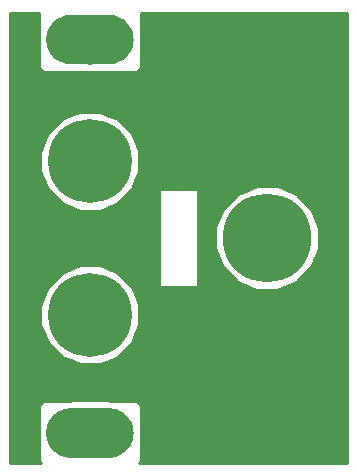
<source format=gbr>
G04 #@! TF.GenerationSoftware,KiCad,Pcbnew,(5.0.0)*
G04 #@! TF.CreationDate,2018-08-19T10:20:33+02:00*
G04 #@! TF.ProjectId,1u_mute_panel,31755F6D7574655F70616E656C2E6B69,rev?*
G04 #@! TF.SameCoordinates,Original*
G04 #@! TF.FileFunction,Copper,L2,Bot,Signal*
G04 #@! TF.FilePolarity,Positive*
%FSLAX46Y46*%
G04 Gerber Fmt 4.6, Leading zero omitted, Abs format (unit mm)*
G04 Created by KiCad (PCBNEW (5.0.0)) date 08/19/18 10:20:33*
%MOMM*%
%LPD*%
G01*
G04 APERTURE LIST*
G04 #@! TA.AperFunction,Conductor*
%ADD10C,0.100000*%
G04 #@! TD*
G04 #@! TA.AperFunction,WasherPad*
%ADD11C,4.200000*%
G04 #@! TD*
G04 #@! TA.AperFunction,WasherPad*
%ADD12C,7.100000*%
G04 #@! TD*
G04 #@! TA.AperFunction,WasherPad*
%ADD13C,7.500000*%
G04 #@! TD*
G04 #@! TA.AperFunction,NonConductor*
%ADD14C,0.254000*%
G04 #@! TD*
G04 APERTURE END LIST*
D10*
G04 #@! TO.N,*
G04 #@! TO.C,MH1*
G36*
X9305836Y-34210111D02*
X9509690Y-34240350D01*
X9709598Y-34290424D01*
X9903635Y-34359852D01*
X10089933Y-34447964D01*
X10266697Y-34553913D01*
X10432226Y-34676677D01*
X10584924Y-34815075D01*
X10723322Y-34967773D01*
X10846086Y-35133302D01*
X10952035Y-35310066D01*
X11040147Y-35496364D01*
X11109575Y-35690401D01*
X11159649Y-35890309D01*
X11189888Y-36094163D01*
X11200000Y-36299999D01*
X11200000Y-36300001D01*
X11189888Y-36505837D01*
X11159649Y-36709691D01*
X11109575Y-36909599D01*
X11040147Y-37103636D01*
X10952035Y-37289934D01*
X10846086Y-37466698D01*
X10723322Y-37632227D01*
X10584924Y-37784925D01*
X10432226Y-37923323D01*
X10266697Y-38046087D01*
X10089933Y-38152036D01*
X9903635Y-38240148D01*
X9709598Y-38309576D01*
X9509690Y-38359650D01*
X9305836Y-38389889D01*
X9100000Y-38400001D01*
X5900000Y-38400001D01*
X5694164Y-38389889D01*
X5490310Y-38359650D01*
X5290402Y-38309576D01*
X5096365Y-38240148D01*
X4910067Y-38152036D01*
X4733303Y-38046087D01*
X4567774Y-37923323D01*
X4415076Y-37784925D01*
X4276678Y-37632227D01*
X4153914Y-37466698D01*
X4047965Y-37289934D01*
X3959853Y-37103636D01*
X3890425Y-36909599D01*
X3840351Y-36709691D01*
X3810112Y-36505837D01*
X3800000Y-36300001D01*
X3800000Y-36299999D01*
X3810112Y-36094163D01*
X3840351Y-35890309D01*
X3890425Y-35690401D01*
X3959853Y-35496364D01*
X4047965Y-35310066D01*
X4153914Y-35133302D01*
X4276678Y-34967773D01*
X4415076Y-34815075D01*
X4567774Y-34676677D01*
X4733303Y-34553913D01*
X4910067Y-34447964D01*
X5096365Y-34359852D01*
X5290402Y-34290424D01*
X5490310Y-34240350D01*
X5694164Y-34210111D01*
X5900000Y-34199999D01*
X9100000Y-34199999D01*
X9305836Y-34210111D01*
X9305836Y-34210111D01*
G37*
D11*
G04 #@! TD*
G04 #@! TO.P,MH1,*
G04 #@! TO.N,*
X7500000Y-36300000D03*
D10*
G04 #@! TO.N,*
G04 #@! TO.C,MH2*
G36*
X9305836Y-910111D02*
X9509690Y-940350D01*
X9709598Y-990424D01*
X9903635Y-1059852D01*
X10089933Y-1147964D01*
X10266697Y-1253913D01*
X10432226Y-1376677D01*
X10584924Y-1515075D01*
X10723322Y-1667773D01*
X10846086Y-1833302D01*
X10952035Y-2010066D01*
X11040147Y-2196364D01*
X11109575Y-2390401D01*
X11159649Y-2590309D01*
X11189888Y-2794163D01*
X11200000Y-2999999D01*
X11200000Y-3000001D01*
X11189888Y-3205837D01*
X11159649Y-3409691D01*
X11109575Y-3609599D01*
X11040147Y-3803636D01*
X10952035Y-3989934D01*
X10846086Y-4166698D01*
X10723322Y-4332227D01*
X10584924Y-4484925D01*
X10432226Y-4623323D01*
X10266697Y-4746087D01*
X10089933Y-4852036D01*
X9903635Y-4940148D01*
X9709598Y-5009576D01*
X9509690Y-5059650D01*
X9305836Y-5089889D01*
X9100000Y-5100001D01*
X5900000Y-5100001D01*
X5694164Y-5089889D01*
X5490310Y-5059650D01*
X5290402Y-5009576D01*
X5096365Y-4940148D01*
X4910067Y-4852036D01*
X4733303Y-4746087D01*
X4567774Y-4623323D01*
X4415076Y-4484925D01*
X4276678Y-4332227D01*
X4153914Y-4166698D01*
X4047965Y-3989934D01*
X3959853Y-3803636D01*
X3890425Y-3609599D01*
X3840351Y-3409691D01*
X3810112Y-3205837D01*
X3800000Y-3000001D01*
X3800000Y-2999999D01*
X3810112Y-2794163D01*
X3840351Y-2590309D01*
X3890425Y-2390401D01*
X3959853Y-2196364D01*
X4047965Y-2010066D01*
X4153914Y-1833302D01*
X4276678Y-1667773D01*
X4415076Y-1515075D01*
X4567774Y-1376677D01*
X4733303Y-1253913D01*
X4910067Y-1147964D01*
X5096365Y-1059852D01*
X5290402Y-990424D01*
X5490310Y-940350D01*
X5694164Y-910111D01*
X5900000Y-899999D01*
X9100000Y-899999D01*
X9305836Y-910111D01*
X9305836Y-910111D01*
G37*
D11*
G04 #@! TD*
G04 #@! TO.P,MH2,*
G04 #@! TO.N,*
X7500000Y-3000000D03*
D12*
G04 #@! TO.P,MH3,*
G04 #@! TO.N,*
X7500000Y-13300000D03*
G04 #@! TD*
G04 #@! TO.P,MH4,*
G04 #@! TO.N,*
X7500000Y-26300000D03*
G04 #@! TD*
D13*
G04 #@! TO.P,MH5,*
G04 #@! TO.N,*
X22500000Y-19800000D03*
G04 #@! TD*
D14*
G36*
X3165000Y-773690D02*
X3165000Y-2714250D01*
X3202033Y-2751283D01*
X3152560Y-2999999D01*
X3152560Y-3000001D01*
X3202033Y-3248717D01*
X3165000Y-3285750D01*
X3165000Y-5226310D01*
X3261673Y-5459699D01*
X3440302Y-5638327D01*
X3673691Y-5735000D01*
X5837455Y-5735000D01*
X5900000Y-5747441D01*
X9100000Y-5747441D01*
X9162545Y-5735000D01*
X11326309Y-5735000D01*
X11559698Y-5638327D01*
X11738327Y-5459699D01*
X11835000Y-5226310D01*
X11835000Y-3285750D01*
X11797967Y-3248717D01*
X11847440Y-3000001D01*
X11847440Y-2999999D01*
X11797967Y-2751283D01*
X11835000Y-2714250D01*
X11835000Y-773690D01*
X11818974Y-735000D01*
X29265000Y-735000D01*
X29265001Y-38865000D01*
X11633025Y-38865000D01*
X11738327Y-38759699D01*
X11835000Y-38526310D01*
X11835000Y-36585750D01*
X11797967Y-36548717D01*
X11847440Y-36300001D01*
X11847440Y-36299999D01*
X11797967Y-36051283D01*
X11835000Y-36014250D01*
X11835000Y-34073690D01*
X11738327Y-33840301D01*
X11559698Y-33661673D01*
X11326309Y-33565000D01*
X9162545Y-33565000D01*
X9100000Y-33552559D01*
X5900000Y-33552559D01*
X5837455Y-33565000D01*
X3673691Y-33565000D01*
X3440302Y-33661673D01*
X3261673Y-33840301D01*
X3165000Y-34073690D01*
X3165000Y-36014250D01*
X3202033Y-36051283D01*
X3152560Y-36299999D01*
X3152560Y-36300001D01*
X3202033Y-36548717D01*
X3165000Y-36585750D01*
X3165000Y-38526310D01*
X3261673Y-38759699D01*
X3366975Y-38865000D01*
X735000Y-38865000D01*
X735000Y-27092645D01*
X3307279Y-27092645D01*
X3315000Y-27111798D01*
X3315000Y-27132448D01*
X3625959Y-27883171D01*
X3929763Y-28636793D01*
X3951750Y-28669698D01*
X3952128Y-28670612D01*
X3952827Y-28671311D01*
X3974814Y-28704217D01*
X4022313Y-28740797D01*
X5059203Y-29777687D01*
X5095783Y-29825186D01*
X5114785Y-29833269D01*
X5129388Y-29847872D01*
X5880103Y-30158828D01*
X6627823Y-30476901D01*
X6648473Y-30477097D01*
X6667552Y-30485000D01*
X7480123Y-30485000D01*
X8292645Y-30492721D01*
X8311798Y-30485000D01*
X8332448Y-30485000D01*
X9083171Y-30174041D01*
X9836793Y-29870237D01*
X9869698Y-29848250D01*
X9870612Y-29847872D01*
X9871311Y-29847173D01*
X9904217Y-29825186D01*
X9940797Y-29777687D01*
X10977687Y-28740797D01*
X11025186Y-28704217D01*
X11033269Y-28685215D01*
X11047872Y-28670612D01*
X11358828Y-27919897D01*
X11676901Y-27172177D01*
X11677097Y-27151527D01*
X11685000Y-27132448D01*
X11685000Y-26319877D01*
X11692721Y-25507355D01*
X11685000Y-25488202D01*
X11685000Y-25467552D01*
X11374041Y-24716829D01*
X11070237Y-23963207D01*
X11048250Y-23930302D01*
X11047872Y-23929388D01*
X11047173Y-23928689D01*
X11025186Y-23895783D01*
X10977687Y-23859203D01*
X10948326Y-23829842D01*
X13343000Y-23829842D01*
X13352827Y-23878984D01*
X13380491Y-23920096D01*
X13421783Y-23947491D01*
X13470415Y-23956999D01*
X16530415Y-23946999D01*
X16578747Y-23937272D01*
X16619914Y-23909691D01*
X16647393Y-23868455D01*
X16657000Y-23819842D01*
X16653026Y-20624558D01*
X18105786Y-20624558D01*
X18115000Y-20647504D01*
X18115000Y-20672231D01*
X18439662Y-21456033D01*
X18755820Y-22243385D01*
X18782061Y-22282657D01*
X18782577Y-22283903D01*
X18783530Y-22284856D01*
X18809771Y-22324128D01*
X18870439Y-22371765D01*
X19928235Y-23429561D01*
X19975872Y-23490229D01*
X19998614Y-23499940D01*
X20016097Y-23517423D01*
X20799907Y-23842088D01*
X21580199Y-24175269D01*
X21604925Y-24175538D01*
X21627769Y-24185000D01*
X22476180Y-24185000D01*
X23324558Y-24194214D01*
X23347504Y-24185000D01*
X23372231Y-24185000D01*
X24156033Y-23860338D01*
X24943385Y-23544180D01*
X24982657Y-23517939D01*
X24983903Y-23517423D01*
X24984856Y-23516470D01*
X25024128Y-23490229D01*
X25071765Y-23429561D01*
X26129561Y-22371765D01*
X26190229Y-22324128D01*
X26199940Y-22301386D01*
X26217423Y-22283903D01*
X26542088Y-21500093D01*
X26875269Y-20719801D01*
X26875538Y-20695075D01*
X26885000Y-20672231D01*
X26885000Y-19823820D01*
X26894214Y-18975442D01*
X26885000Y-18952496D01*
X26885000Y-18927769D01*
X26560338Y-18143967D01*
X26244180Y-17356615D01*
X26217939Y-17317343D01*
X26217423Y-17316097D01*
X26216470Y-17315144D01*
X26190229Y-17275872D01*
X26129561Y-17228235D01*
X25071765Y-16170439D01*
X25024128Y-16109771D01*
X25001386Y-16100060D01*
X24983903Y-16082577D01*
X24200093Y-15757912D01*
X23419801Y-15424731D01*
X23395075Y-15424462D01*
X23372231Y-15415000D01*
X22523820Y-15415000D01*
X21675442Y-15405786D01*
X21652496Y-15415000D01*
X21627769Y-15415000D01*
X20843967Y-15739662D01*
X20056615Y-16055820D01*
X20017343Y-16082061D01*
X20016097Y-16082577D01*
X20015144Y-16083530D01*
X19975872Y-16109771D01*
X19928235Y-16170439D01*
X18870439Y-17228235D01*
X18809771Y-17275872D01*
X18800060Y-17298614D01*
X18782577Y-17316097D01*
X18457912Y-18099907D01*
X18124731Y-18880199D01*
X18124462Y-18904925D01*
X18115000Y-18927769D01*
X18115000Y-19776180D01*
X18105786Y-20624558D01*
X16653026Y-20624558D01*
X16647000Y-15779842D01*
X16637333Y-15731399D01*
X16609803Y-15690197D01*
X16568601Y-15662667D01*
X16520000Y-15653000D01*
X13480000Y-15653000D01*
X13431545Y-15662607D01*
X13390309Y-15690086D01*
X13362728Y-15731253D01*
X13353000Y-15779842D01*
X13343000Y-23829842D01*
X10948326Y-23829842D01*
X9940797Y-22822313D01*
X9904217Y-22774814D01*
X9885215Y-22766731D01*
X9870612Y-22752128D01*
X9119897Y-22441172D01*
X8372177Y-22123099D01*
X8351527Y-22122903D01*
X8332448Y-22115000D01*
X7519877Y-22115000D01*
X6707355Y-22107279D01*
X6688202Y-22115000D01*
X6667552Y-22115000D01*
X5916829Y-22425959D01*
X5163207Y-22729763D01*
X5130302Y-22751750D01*
X5129388Y-22752128D01*
X5128689Y-22752827D01*
X5095783Y-22774814D01*
X5059203Y-22822313D01*
X4022313Y-23859203D01*
X3974814Y-23895783D01*
X3966731Y-23914785D01*
X3952128Y-23929388D01*
X3641172Y-24680103D01*
X3323099Y-25427823D01*
X3322903Y-25448473D01*
X3315000Y-25467552D01*
X3315000Y-26280123D01*
X3307279Y-27092645D01*
X735000Y-27092645D01*
X735000Y-14092645D01*
X3307279Y-14092645D01*
X3315000Y-14111798D01*
X3315000Y-14132448D01*
X3625959Y-14883171D01*
X3929763Y-15636793D01*
X3951750Y-15669698D01*
X3952128Y-15670612D01*
X3952827Y-15671311D01*
X3974814Y-15704217D01*
X4022313Y-15740797D01*
X5059203Y-16777687D01*
X5095783Y-16825186D01*
X5114785Y-16833269D01*
X5129388Y-16847872D01*
X5880103Y-17158828D01*
X6627823Y-17476901D01*
X6648473Y-17477097D01*
X6667552Y-17485000D01*
X7480123Y-17485000D01*
X8292645Y-17492721D01*
X8311798Y-17485000D01*
X8332448Y-17485000D01*
X9083171Y-17174041D01*
X9836793Y-16870237D01*
X9869698Y-16848250D01*
X9870612Y-16847872D01*
X9871311Y-16847173D01*
X9904217Y-16825186D01*
X9940797Y-16777687D01*
X10977687Y-15740797D01*
X11025186Y-15704217D01*
X11033269Y-15685215D01*
X11047872Y-15670612D01*
X11358828Y-14919897D01*
X11676901Y-14172177D01*
X11677097Y-14151527D01*
X11685000Y-14132448D01*
X11685000Y-13319877D01*
X11692721Y-12507355D01*
X11685000Y-12488202D01*
X11685000Y-12467552D01*
X11374041Y-11716829D01*
X11070237Y-10963207D01*
X11048250Y-10930302D01*
X11047872Y-10929388D01*
X11047173Y-10928689D01*
X11025186Y-10895783D01*
X10977687Y-10859203D01*
X9940797Y-9822313D01*
X9904217Y-9774814D01*
X9885215Y-9766731D01*
X9870612Y-9752128D01*
X9119897Y-9441172D01*
X8372177Y-9123099D01*
X8351527Y-9122903D01*
X8332448Y-9115000D01*
X7519877Y-9115000D01*
X6707355Y-9107279D01*
X6688202Y-9115000D01*
X6667552Y-9115000D01*
X5916829Y-9425959D01*
X5163207Y-9729763D01*
X5130302Y-9751750D01*
X5129388Y-9752128D01*
X5128689Y-9752827D01*
X5095783Y-9774814D01*
X5059203Y-9822313D01*
X4022313Y-10859203D01*
X3974814Y-10895783D01*
X3966731Y-10914785D01*
X3952128Y-10929388D01*
X3641172Y-11680103D01*
X3323099Y-12427823D01*
X3322903Y-12448473D01*
X3315000Y-12467552D01*
X3315000Y-13280123D01*
X3307279Y-14092645D01*
X735000Y-14092645D01*
X735000Y-735000D01*
X3181026Y-735000D01*
X3165000Y-773690D01*
X3165000Y-773690D01*
G37*
X3165000Y-773690D02*
X3165000Y-2714250D01*
X3202033Y-2751283D01*
X3152560Y-2999999D01*
X3152560Y-3000001D01*
X3202033Y-3248717D01*
X3165000Y-3285750D01*
X3165000Y-5226310D01*
X3261673Y-5459699D01*
X3440302Y-5638327D01*
X3673691Y-5735000D01*
X5837455Y-5735000D01*
X5900000Y-5747441D01*
X9100000Y-5747441D01*
X9162545Y-5735000D01*
X11326309Y-5735000D01*
X11559698Y-5638327D01*
X11738327Y-5459699D01*
X11835000Y-5226310D01*
X11835000Y-3285750D01*
X11797967Y-3248717D01*
X11847440Y-3000001D01*
X11847440Y-2999999D01*
X11797967Y-2751283D01*
X11835000Y-2714250D01*
X11835000Y-773690D01*
X11818974Y-735000D01*
X29265000Y-735000D01*
X29265001Y-38865000D01*
X11633025Y-38865000D01*
X11738327Y-38759699D01*
X11835000Y-38526310D01*
X11835000Y-36585750D01*
X11797967Y-36548717D01*
X11847440Y-36300001D01*
X11847440Y-36299999D01*
X11797967Y-36051283D01*
X11835000Y-36014250D01*
X11835000Y-34073690D01*
X11738327Y-33840301D01*
X11559698Y-33661673D01*
X11326309Y-33565000D01*
X9162545Y-33565000D01*
X9100000Y-33552559D01*
X5900000Y-33552559D01*
X5837455Y-33565000D01*
X3673691Y-33565000D01*
X3440302Y-33661673D01*
X3261673Y-33840301D01*
X3165000Y-34073690D01*
X3165000Y-36014250D01*
X3202033Y-36051283D01*
X3152560Y-36299999D01*
X3152560Y-36300001D01*
X3202033Y-36548717D01*
X3165000Y-36585750D01*
X3165000Y-38526310D01*
X3261673Y-38759699D01*
X3366975Y-38865000D01*
X735000Y-38865000D01*
X735000Y-27092645D01*
X3307279Y-27092645D01*
X3315000Y-27111798D01*
X3315000Y-27132448D01*
X3625959Y-27883171D01*
X3929763Y-28636793D01*
X3951750Y-28669698D01*
X3952128Y-28670612D01*
X3952827Y-28671311D01*
X3974814Y-28704217D01*
X4022313Y-28740797D01*
X5059203Y-29777687D01*
X5095783Y-29825186D01*
X5114785Y-29833269D01*
X5129388Y-29847872D01*
X5880103Y-30158828D01*
X6627823Y-30476901D01*
X6648473Y-30477097D01*
X6667552Y-30485000D01*
X7480123Y-30485000D01*
X8292645Y-30492721D01*
X8311798Y-30485000D01*
X8332448Y-30485000D01*
X9083171Y-30174041D01*
X9836793Y-29870237D01*
X9869698Y-29848250D01*
X9870612Y-29847872D01*
X9871311Y-29847173D01*
X9904217Y-29825186D01*
X9940797Y-29777687D01*
X10977687Y-28740797D01*
X11025186Y-28704217D01*
X11033269Y-28685215D01*
X11047872Y-28670612D01*
X11358828Y-27919897D01*
X11676901Y-27172177D01*
X11677097Y-27151527D01*
X11685000Y-27132448D01*
X11685000Y-26319877D01*
X11692721Y-25507355D01*
X11685000Y-25488202D01*
X11685000Y-25467552D01*
X11374041Y-24716829D01*
X11070237Y-23963207D01*
X11048250Y-23930302D01*
X11047872Y-23929388D01*
X11047173Y-23928689D01*
X11025186Y-23895783D01*
X10977687Y-23859203D01*
X10948326Y-23829842D01*
X13343000Y-23829842D01*
X13352827Y-23878984D01*
X13380491Y-23920096D01*
X13421783Y-23947491D01*
X13470415Y-23956999D01*
X16530415Y-23946999D01*
X16578747Y-23937272D01*
X16619914Y-23909691D01*
X16647393Y-23868455D01*
X16657000Y-23819842D01*
X16653026Y-20624558D01*
X18105786Y-20624558D01*
X18115000Y-20647504D01*
X18115000Y-20672231D01*
X18439662Y-21456033D01*
X18755820Y-22243385D01*
X18782061Y-22282657D01*
X18782577Y-22283903D01*
X18783530Y-22284856D01*
X18809771Y-22324128D01*
X18870439Y-22371765D01*
X19928235Y-23429561D01*
X19975872Y-23490229D01*
X19998614Y-23499940D01*
X20016097Y-23517423D01*
X20799907Y-23842088D01*
X21580199Y-24175269D01*
X21604925Y-24175538D01*
X21627769Y-24185000D01*
X22476180Y-24185000D01*
X23324558Y-24194214D01*
X23347504Y-24185000D01*
X23372231Y-24185000D01*
X24156033Y-23860338D01*
X24943385Y-23544180D01*
X24982657Y-23517939D01*
X24983903Y-23517423D01*
X24984856Y-23516470D01*
X25024128Y-23490229D01*
X25071765Y-23429561D01*
X26129561Y-22371765D01*
X26190229Y-22324128D01*
X26199940Y-22301386D01*
X26217423Y-22283903D01*
X26542088Y-21500093D01*
X26875269Y-20719801D01*
X26875538Y-20695075D01*
X26885000Y-20672231D01*
X26885000Y-19823820D01*
X26894214Y-18975442D01*
X26885000Y-18952496D01*
X26885000Y-18927769D01*
X26560338Y-18143967D01*
X26244180Y-17356615D01*
X26217939Y-17317343D01*
X26217423Y-17316097D01*
X26216470Y-17315144D01*
X26190229Y-17275872D01*
X26129561Y-17228235D01*
X25071765Y-16170439D01*
X25024128Y-16109771D01*
X25001386Y-16100060D01*
X24983903Y-16082577D01*
X24200093Y-15757912D01*
X23419801Y-15424731D01*
X23395075Y-15424462D01*
X23372231Y-15415000D01*
X22523820Y-15415000D01*
X21675442Y-15405786D01*
X21652496Y-15415000D01*
X21627769Y-15415000D01*
X20843967Y-15739662D01*
X20056615Y-16055820D01*
X20017343Y-16082061D01*
X20016097Y-16082577D01*
X20015144Y-16083530D01*
X19975872Y-16109771D01*
X19928235Y-16170439D01*
X18870439Y-17228235D01*
X18809771Y-17275872D01*
X18800060Y-17298614D01*
X18782577Y-17316097D01*
X18457912Y-18099907D01*
X18124731Y-18880199D01*
X18124462Y-18904925D01*
X18115000Y-18927769D01*
X18115000Y-19776180D01*
X18105786Y-20624558D01*
X16653026Y-20624558D01*
X16647000Y-15779842D01*
X16637333Y-15731399D01*
X16609803Y-15690197D01*
X16568601Y-15662667D01*
X16520000Y-15653000D01*
X13480000Y-15653000D01*
X13431545Y-15662607D01*
X13390309Y-15690086D01*
X13362728Y-15731253D01*
X13353000Y-15779842D01*
X13343000Y-23829842D01*
X10948326Y-23829842D01*
X9940797Y-22822313D01*
X9904217Y-22774814D01*
X9885215Y-22766731D01*
X9870612Y-22752128D01*
X9119897Y-22441172D01*
X8372177Y-22123099D01*
X8351527Y-22122903D01*
X8332448Y-22115000D01*
X7519877Y-22115000D01*
X6707355Y-22107279D01*
X6688202Y-22115000D01*
X6667552Y-22115000D01*
X5916829Y-22425959D01*
X5163207Y-22729763D01*
X5130302Y-22751750D01*
X5129388Y-22752128D01*
X5128689Y-22752827D01*
X5095783Y-22774814D01*
X5059203Y-22822313D01*
X4022313Y-23859203D01*
X3974814Y-23895783D01*
X3966731Y-23914785D01*
X3952128Y-23929388D01*
X3641172Y-24680103D01*
X3323099Y-25427823D01*
X3322903Y-25448473D01*
X3315000Y-25467552D01*
X3315000Y-26280123D01*
X3307279Y-27092645D01*
X735000Y-27092645D01*
X735000Y-14092645D01*
X3307279Y-14092645D01*
X3315000Y-14111798D01*
X3315000Y-14132448D01*
X3625959Y-14883171D01*
X3929763Y-15636793D01*
X3951750Y-15669698D01*
X3952128Y-15670612D01*
X3952827Y-15671311D01*
X3974814Y-15704217D01*
X4022313Y-15740797D01*
X5059203Y-16777687D01*
X5095783Y-16825186D01*
X5114785Y-16833269D01*
X5129388Y-16847872D01*
X5880103Y-17158828D01*
X6627823Y-17476901D01*
X6648473Y-17477097D01*
X6667552Y-17485000D01*
X7480123Y-17485000D01*
X8292645Y-17492721D01*
X8311798Y-17485000D01*
X8332448Y-17485000D01*
X9083171Y-17174041D01*
X9836793Y-16870237D01*
X9869698Y-16848250D01*
X9870612Y-16847872D01*
X9871311Y-16847173D01*
X9904217Y-16825186D01*
X9940797Y-16777687D01*
X10977687Y-15740797D01*
X11025186Y-15704217D01*
X11033269Y-15685215D01*
X11047872Y-15670612D01*
X11358828Y-14919897D01*
X11676901Y-14172177D01*
X11677097Y-14151527D01*
X11685000Y-14132448D01*
X11685000Y-13319877D01*
X11692721Y-12507355D01*
X11685000Y-12488202D01*
X11685000Y-12467552D01*
X11374041Y-11716829D01*
X11070237Y-10963207D01*
X11048250Y-10930302D01*
X11047872Y-10929388D01*
X11047173Y-10928689D01*
X11025186Y-10895783D01*
X10977687Y-10859203D01*
X9940797Y-9822313D01*
X9904217Y-9774814D01*
X9885215Y-9766731D01*
X9870612Y-9752128D01*
X9119897Y-9441172D01*
X8372177Y-9123099D01*
X8351527Y-9122903D01*
X8332448Y-9115000D01*
X7519877Y-9115000D01*
X6707355Y-9107279D01*
X6688202Y-9115000D01*
X6667552Y-9115000D01*
X5916829Y-9425959D01*
X5163207Y-9729763D01*
X5130302Y-9751750D01*
X5129388Y-9752128D01*
X5128689Y-9752827D01*
X5095783Y-9774814D01*
X5059203Y-9822313D01*
X4022313Y-10859203D01*
X3974814Y-10895783D01*
X3966731Y-10914785D01*
X3952128Y-10929388D01*
X3641172Y-11680103D01*
X3323099Y-12427823D01*
X3322903Y-12448473D01*
X3315000Y-12467552D01*
X3315000Y-13280123D01*
X3307279Y-14092645D01*
X735000Y-14092645D01*
X735000Y-735000D01*
X3181026Y-735000D01*
X3165000Y-773690D01*
M02*

</source>
